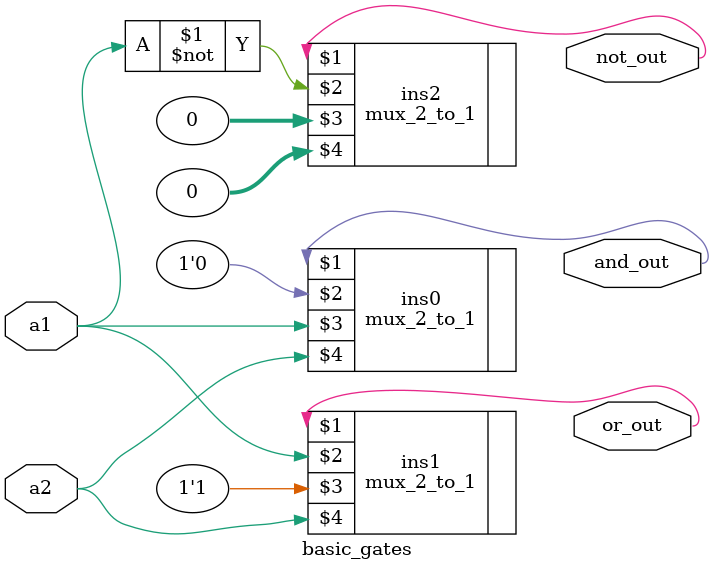
<source format=v>
`timescale 1ns / 1ps

module basic_gates(output and_out, or_out, not_out, input a1, a2);
  mux_2_to_1 ins0(and_out, 1'b0, a1, a2);
  mux_2_to_1 ins1(or_out, a1, 1'b1, a2);
  mux_2_to_1 ins2(not_out, ~a1, 0, 0);
endmodule

</source>
